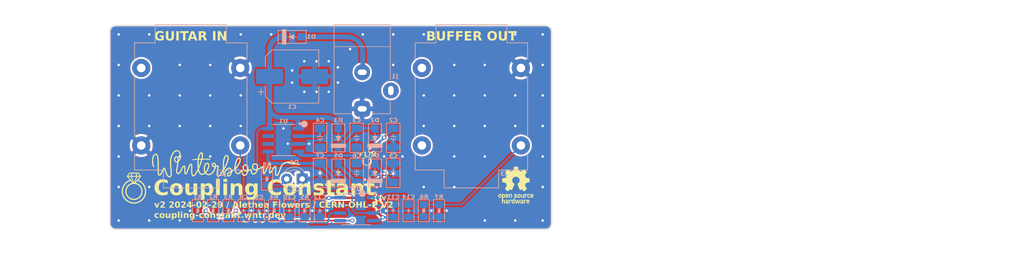
<source format=kicad_pcb>
(kicad_pcb (version 20240108) (generator "pcbnew") (generator_version "8.0")
  (title_block (title "Coupling Constant") (date "2024-02-29") (rev "v2") (company "Winterbloom") (comment 1 "Alethea Flowers") (comment 2 "CERN-OHL-P V2") (comment 3 "coupling-constant.wntr.dev"))
  (layers (0 "F.Cu" signal) (31 "B.Cu" signal) (34 "B.Paste" user) (35 "F.Paste" user) (36 "B.SilkS" user "B.Silkscreen") (37 "F.SilkS" user "F.Silkscreen") (38 "B.Mask" user) (39 "F.Mask" user) (44 "Edge.Cuts" user))
  (net 0 "")
  (net 1 "/guitar in")
  (net 2 "+9V")
  (net 3 "GND")
  (net 4 "VCC")
  (net 5 "Net-(D2-A)")
  (net 6 "Net-(U1-CAP-)")
  (net 7 "Net-(U1-CAP+)")
  (net 8 "VEE")
  (net 9 "Net-(D4-K)")
  (net 10 "Net-(D5-K)")
  (net 11 "Net-(U2A-+)")
  (net 12 "/guitar out")
  (net 13 "Net-(C9-Pad2)")
  (net 14 "Net-(U2A--)")
  (net 15 "Net-(U2B-+)")
  (net 16 "Net-(U2B--)")
  (net 17 "Net-(C14-Pad2)")
  (net 18 "Net-(D1-A)")
  (net 21 "Net-(R2-Pad1)")
  (net 24 "Net-(D6-A)")
  (footprint "winterbloom:Symbol_Winterbloom_25mm" (layer "F.Cu") (at 58.7 111.35)
    (property "Reference" "G***" (hide yes))
    (property "Value" "LOGO" (hide yes))
  )
  (footprint "Symbol:OSHW-Logo_5.7x6mm_SilkScreen" (layer "F.Cu") (at 106.2 114.85)
    (property "Reference" "REF**" (hide yes))
    (property "Value" "OSHW-Logo_5.7x6mm_SilkScreen" (hide yes))
  )
  (footprint "Graphics" (layer "F.Cu") (at 43.6 115.35)
    (property "Reference" "G***" (hide yes))
    (property "Value" "" (hide yes))
  )
  (footprint "TestPoint:TestPoint_Pad_D1.0mm" (layer "F.Cu") (at 81.82332 110.915)
    (property "Reference" "TP1")
    (property "Value" "+17V" (at 0 -0.7 0) (layer "F.SilkS") (effects (font (size 0.7 0.7) (thickness 0.14) (bold yes)) (justify bottom)))
    (pad "1" smd circle (at 0 0) (size 1 1) (layers "F.Cu" "F.Mask") (net 4 "VCC"))
  )
  (footprint "TestPoint:TestPoint_Pad_D1.0mm" (layer "F.Cu") (at 83.7 118.15)
    (property "Reference" "TP2")
    (property "Value" "-17V" (at 0 -0.7 0) (layer "F.SilkS") (effects (font (size 0.7 0.7) (thickness 0.14) (bold yes)) (justify bottom)))
    (pad "1" smd circle (at 0 0) (size 1 1) (layers "F.Cu" "F.Mask") (net 8 "VEE"))
  )
  (footprint "winterbloom:R_0805_HandSolder" (layer "B.Cu") (at 56.57332 119.039991 90)
    (property "Reference" "R2" (at 2.222509 0.021857 0) (layer "B.SilkS") (effects (font (size 0.7 0.7) (thickness 0.15) (bold yes)) (justify mirror)))
    (property "Value" "10M")
    (pad "1" smd roundrect (at -1 0 90) (size 1.2 1.4) (layers "B.Cu" "B.Paste" "B.Mask") (roundrect_rratio 0.208333) (net 21 "Net-(R2-Pad1)"))
    (pad "2" smd roundrect (at 1 0 90) (size 1.2 1.4) (layers "B.Cu" "B.Paste" "B.Mask") (roundrect_rratio 0.208333) (net 3 "GND"))
  )
  (footprint "winterbloom:C_0805_HandSolder" (layer "B.Cu") (at 86.07332 119.039991 90)
    (property "Reference" "C11" (at 2.222509 0 0) (layer "B.SilkS") (effects (font (size 0.7 0.7) (thickness 0.15) (bold yes)) (justify mirror)))
    (property "Value" "100n")
    (pad "1" smd roundrect (at -1.0375 0 90) (size 1.175 1.45) (layers "B.Cu" "B.Paste" "B.Mask") (roundrect_rratio 0.212766) (net 8 "VEE"))
    (pad "2" smd roundrect (at 1.0375 0 90) (size 1.175 1.45) (layers "B.Cu" "B.Paste" "B.Mask") (roundrect_rratio 0.212766) (net 3 "GND"))
  )
  (footprint "winterbloom:D_SOD-123+SOD-123F" (layer "B.Cu") (at 83.104123 107.102491 90)
    (property "Reference" "D2" (at 2.85 -0.004123 0) (layer "B.SilkS") (effects (font (size 0.7 0.7) (thickness 0.15) (bold yes)) (justify mirror)))
    (property "Value" "1N5817")
    (pad "1" smd rect (at -1.5 0 90) (size 1.35 1.22) (layers "B.Cu" "B.Paste" "B.Mask") (net 4 "VCC"))
    (pad "2" smd rect (at 1.5 0 90) (size 1.35 1.22) (layers "B.Cu" "B.Paste" "B.Mask") (net 5 "Net-(D2-A)"))
  )
  (footprint "winterbloom:D_SOD-123+SOD-123F" (layer "B.Cu") (at 77.1 112.852491 90)
    (property "Reference" "D5" (at 2.8 0 0) (layer "B.SilkS") (effects (font (size 0.7 0.7) (thickness 0.15) (bold yes)) (justify mirror)))
    (property "Value" "1N5817")
    (pad "1" smd rect (at -1.5 0 90) (size 1.35 1.22) (layers "B.Cu" "B.Paste" "B.Mask") (net 10 "Net-(D5-K)"))
    (pad "2" smd rect (at 1.5 0 90) (size 1.35 1.22) (layers "B.Cu" "B.Paste" "B.Mask") (net 9 "Net-(D4-K)"))
  )
  (footprint "winterbloom:R_0805_HandSolder" (layer "B.Cu") (at 66.57332 119.039991 -90)
    (property "Reference" "R4" (at -2.222509 0 0) (layer "B.SilkS") (effects (font (size 0.7 0.7) (thickness 0.15) (bold yes)) (justify mirror)))
    (property "Value" "200k")
    (pad "1" smd roundrect (at -1 0 270) (size 1.2 1.4) (layers "B.Cu" "B.Paste" "B.Mask") (roundrect_rratio 0.208333) (net 13 "Net-(C9-Pad2)"))
    (pad "2" smd roundrect (at 1 0 270) (size 1.2 1.4) (layers "B.Cu" "B.Paste" "B.Mask") (roundrect_rratio 0.208333) (net 16 "Net-(U2B--)"))
  )
  (footprint "winterbloom:C_0805_HandSolder" (layer "B.Cu") (at 61.57332 119.039991 -90)
    (property "Reference" "C8" (at -2.222509 0 0) (layer "B.SilkS") (effects (font (size 0.7 0.7) (thickness 0.15) (bold yes)) (justify mirror)))
    (property "Value" "100n")
    (pad "1" smd roundrect (at -1.0375 0 270) (size 1.175 1.45) (layers "B.Cu" "B.Paste" "B.Mask") (roundrect_rratio 0.212766) (net 1 "/guitar in"))
    (pad "2" smd roundrect (at 1.0375 0 270) (size 1.175 1.45) (layers "B.Cu" "B.Paste" "B.Mask") (roundrect_rratio 0.212766) (net 15 "Net-(U2B-+)"))
  )
  (footprint "winterbloom:C_0805_HandSolder" (layer "B.Cu") (at 74.07332 119.039991 90)
    (property "Reference" "C12" (at 2.222509 0 0) (layer "B.SilkS") (effects (font (size 0.7 0.7) (thickness 0.15) (bold yes)) (justify mirror)))
    (property "Value" "100n")
    (pad "1" smd roundrect (at -1.0375 0 90) (size 1.175 1.45) (layers "B.Cu" "B.Paste" "B.Mask") (roundrect_rratio 0.212766) (net 3 "GND"))
    (pad "2" smd roundrect (at 1.0375 0 90) (size 1.175 1.45) (layers "B.Cu" "B.Paste" "B.Mask") (roundrect_rratio 0.212766) (net 4 "VCC"))
  )
  (footprint "winterbloom:R_0805_HandSolder" (layer "B.Cu") (at 91.1 119.039991 -90)
    (property "Reference" "R6" (at -2.222509 -0.02668 180) (layer "B.SilkS") (effects (font (size 0.7 0.7) (thickness 0.14) (bold yes)) (justify mirror)))
    (property "Value" "10R")
    (pad "1" smd roundrect (at -1 0 270) (size 1.2 1.4) (layers "B.Cu" "B.Paste" "B.Mask") (roundrect_rratio 0.208333) (net 12 "/guitar out"))
    (pad "2" smd roundrect (at 1 0 270) (size 1.2 1.4) (layers "B.Cu" "B.Paste" "B.Mask") (roundrect_rratio 0.208333) (net 17 "Net-(C14-Pad2)"))
  )
  (footprint "winterbloom:BarrelJack_CUI_PJ-102AH_Horizontal" (layer "B.Cu") (at 81.0125 102.35)
    (property "Reference" "J1" (at 5.36082 -5.310009 0) (layer "B.SilkS") (effects (font (size 0.7 0.7) (thickness 0.15) (bold yes)) (justify mirror)))
    (property "Value" "DC IN")
    (pad "1" thru_hole roundrect (at 0 0) (size 2.6 2.6) (drill oval 1.5 0.9) (layers "*.Cu" "*.Mask") (net 3 "GND"))
    (pad "2" thru_hole circle (at 0 -6) (size 2.6 2.6) (drill oval 1.5 0.9) (layers "*.Cu" "*.Mask") (net 18 "Net-(D1-A)"))
    (pad "3" thru_hole circle (at 4.7 -3) (size 2.6 2.6) (drill oval 0.9 1.5) (layers "*.Cu" "*.Mask"))
  )
  (footprint "Connector_Audio:Jack_6.35mm_Neutrik_NMJ4HCD2_Horizontal" (layer "B.Cu") (at 61.025 108.35 90)
    (property "Reference" "J2" (at -4.7 -2.85168 0) (layer "B.SilkS") (effects (font (size 0.7 0.7) (thickness 0.15) (bold yes)) (justify mirror)))
    (property "Value" "Input")
    (pad "S" thru_hole circle (at 12.7 0 90) (size 3 3) (drill 1.4) (layers "*.Cu" "*.Mask") (net 3 "GND"))
    (pad "SN" thru_hole circle (at 12.7 -16.23 90) (size 3 3) (drill 1.4) (layers "*.Cu" "*.Mask"))
    (pad "T" thru_hole circle (at 0 0 90) (size 3 3) (drill 1.4) (layers "*.Cu" "*.Mask") (net 1 "/guitar in"))
    (pad "TN" thru_hole circle (at 0 -16.23 90) (size 3 3) (drill 1.4) (layers "*.Cu" "*.Mask") (net 3 "GND"))
  )
  (footprint "winterbloom:C_1206_HandSolder" (layer "B.Cu") (at 86.104123 107.102491 -90)
    (property "Reference" "C2" (at -2.85 0 0) (layer "B.SilkS") (effects (font (size 0.7 0.7) (thickness 0.15) (bold yes)) (justify mirror)))
    (property "Value" "10u")
    (pad "1" smd roundrect (at -1.5625 0 270) (size 1.325 1.8) (layers "B.Cu" "B.Paste" "B.Mask") (roundrect_rratio 0.188679) (net 4 "VCC"))
    (pad "2" smd roundrect (at 1.5625 0 270) (size 1.325 1.8) (layers "B.Cu" "B.Paste" "B.Mask") (roundrect_rratio 0.188679) (net 3 "GND"))
  )
  (footprint "winterbloom:R_0805_HandSolder" (layer "B.Cu") (at 59.07332 119.039991 -90)
    (property "Reference" "R3" (at -2.222509 0 0) (layer "B.SilkS") (effects (font (size 0.7 0.7) (thickness 0.15) (bold yes)) (justify mirror)))
    (property "Value" "10M")
    (pad "1" smd roundrect (at -1 0 270) (size 1.2 1.4) (layers "B.Cu" "B.Paste" "B.Mask") (roundrect_rratio 0.208333) (net 1 "/guitar in"))
    (pad "2" smd roundrect (at 1 0 270) (size 1.2 1.4) (layers "B.Cu" "B.Paste" "B.Mask") (roundrect_rratio 0.208333) (net 21 "Net-(R2-Pad1)"))
  )
  (footprint "winterbloom:D_SOD-123+SOD-123F" (layer "B.Cu") (at 69.525 90.55)
    (property "Reference" "D1" (at 3.14832 0 0) (layer "B.SilkS") (effects (font (size 0.7 0.7) (thickness 0.15) (bold yes)) (justify mirror)))
    (property "Value" "1N5817")
    (pad "1" smd rect (at -1.5 0) (size 1.35 1.22) (layers "B.Cu" "B.Paste" "B.Mask") (net 2 "+9V"))
    (pad "2" smd rect (at 1.5 0) (size 1.35 1.22) (layers "B.Cu" "B.Paste" "B.Mask") (net 18 "Net-(D1-A)"))
  )
  (footprint "winterbloom:C_1206_HandSolder" (layer "B.Cu") (at 86.1 112.852491 -90)
    (property "Reference" "C5" (at -2.8 0 0) (layer "B.SilkS") (effects (font (size 0.7 0.7) (thickness 0.15) (bold yes)) (justify mirror)))
    (property "Value" "10u")
    (pad "1" smd roundrect (at -1.5625 0 270) (size 1.325 1.8) (layers "B.Cu" "B.Paste" "B.Mask") (roundrect_rratio 0.188679) (net 3 "GND"))
    (pad "2" smd roundrect (at 1.5625 0 270) (size 1.325 1.8) (layers "B.Cu" "B.Paste" "B.Mask") (roundrect_rratio 0.188679) (net 8 "VEE"))
  )
  (footprint "winterbloom:C_1206_HandSolder" (layer "B.Cu") (at 74.104123 107.102491 -90)
    (property "Reference" "C4" (at -2.85 0 0) (layer "B.SilkS") (effects (font (size 0.7 0.7) (thickness 0.15) (bold yes)) (justify mirror)))
    (property "Value" "10u")
    (pad "1" smd roundrect (at -1.5625 0 270) (size 1.325 1.8) (layers "B.Cu" "B.Paste" "B.Mask") (roundrect_rratio 0.188679) (net 7 "Net-(U1-CAP+)"))
    (pad "2" smd roundrect (at 1.5625 0 270) (size 1.325 1.8) (layers "B.Cu" "B.Paste" "B.Mask") (roundrect_rratio 0.188679) (net 6 "Net-(U1-CAP-)"))
  )
  (footprint "winterbloom:R_0805_HandSolder" (layer "B.Cu") (at 71.57332 119.039991 90)
    (property "Reference" "R5" (at 2.222509 0 0) (layer "B.SilkS") (effects (font (size 0.7 0.7) (thickness 0.15) (bold yes)) (justify mirror)))
    (property "Value" "20k")
    (pad "1" smd roundrect (at -1 0 90) (size 1.2 1.4) (layers "B.Cu" "B.Paste" "B.Mask") (roundrect_rratio 0.208333) (net 16 "Net-(U2B--)"))
    (pad "2" smd roundrect (at 1 0 90) (size 1.2 1.4) (layers "B.Cu" "B.Paste" "B.Mask") (roundrect_rratio 0.208333) (net 11 "Net-(U2A-+)"))
  )
  (footprint "winterbloom:C_0805_HandSolder" (layer "B.Cu") (at 88.6 119.039991 -90)
    (property "Reference" "C14" (at -2.222509 0 0) (layer "B.SilkS") (effects (font (size 0.7 0.7) (thickness 0.15) (bold yes)) (justify mirror)))
    (property "Value" "1u")
    (pad "1" smd roundrect (at -1.0375 0 270) (size 1.175 1.45) (layers "B.Cu" "B.Paste" "B.Mask") (roundrect_rratio 0.212766) (net 14 "Net-(U2A--)"))
    (pad "2" smd roundrect (at 1.0375 0 270) (size 1.175 1.45) (layers "B.Cu" "B.Paste" "B.Mask") (roundrect_rratio 0.212766) (net 17 "Net-(C14-Pad2)"))
  )
  (footprint "winterbloom:D_SOD-123+SOD-123F" (layer "B.Cu") (at 77.104123 107.102491 90)
    (property "Reference" "D3" (at 2.85 0 0) (layer "B.SilkS") (effects (font (size 0.7 0.7) (thickness 0.15) (bold yes)) (justify mirror)))
    (property "Value" "1N5817")
    (pad "1" smd rect (at -1.5 0 90) (size 1.35 1.22) (layers "B.Cu" "B.Paste" "B.Mask") (net 5 "Net-(D2-A)"))
    (pad "2" smd rect (at 1.5 0 90) (size 1.35 1.22) (layers "B.Cu" "B.Paste" "B.Mask") (net 2 "+9V"))
  )
  (footprint "winterbloom:C_1206_HandSolder" (layer "B.Cu") (at 80.104123 107.102491 -90)
    (property "Reference" "C3" (at -2.85 0 0) (layer "B.SilkS") (effects (font (size 0.7 0.7) (thickness 0.15) (bold yes)) (justify mirror)))
    (property "Value" "10u")
    (pad "1" smd roundrect (at -1.5625 0 270) (size 1.325 1.8) (layers "B.Cu" "B.Paste" "B.Mask") (roundrect_rratio 0.188679) (net 5 "Net-(D2-A)"))
    (pad "2" smd roundrect (at 1.5625 0 270) (size 1.325 1.8) (layers "B.Cu" "B.Paste" "B.Mask") (roundrect_rratio 0.188679) (net 6 "Net-(U1-CAP-)"))
  )
  (footprint "winterbloom:R_0805_HandSolder" (layer "B.Cu") (at 54.07332 119.039991 90)
    (property "Reference" "R1" (at 2.222509 0 0) (layer "B.SilkS") (effects (font (size 0.7 0.7) (thickness 0.15) (bold yes)) (justify mirror)))
    (property "Value" "10M")
    (pad "1" smd roundrect (at -1 0 90) (size 1.2 1.4) (layers "B.Cu" "B.Paste" "B.Mask") (roundrect_rratio 0.208333) (net 15 "Net-(U2B-+)"))
    (pad "2" smd roundrect (at 1 0 90) (size 1.2 1.4) (layers "B.Cu" "B.Paste" "B.Mask") (roundrect_rratio 0.208333) (net 3 "GND"))
  )
  (footprint "Package_SO:SOIC-8_3.9x4.9mm_P1.27mm" (layer "B.Cu") (at 68.104123 107.4625 180)
    (property "Reference" "U1" (at 0 3.060009 0) (layer "B.SilkS") (effects (font (size 0.7 0.7) (thickness 0.15) (bold yes)) (justify mirror)))
    (property "Value" "TC1044SxOA")
    (pad "1" smd roundrect (at -2.475 1.905 180) (size 1.95 0.6) (layers "B.Cu" "B.Paste" "B.Mask") (net 2 "+9V"))
    (pad "2" smd roundrect (at -2.475 0.635 180) (size 1.95 0.6) (layers "B.Cu" "B.Paste" "B.Mask") (net 7 "Net-(U1-CAP+)"))
    (pad "3" smd roundrect (at -2.475 -0.635 180) (size 1.95 0.6) (layers "B.Cu" "B.Paste" "B.Mask") (net 3 "GND"))
    (pad "4" smd roundrect (at -2.475 -1.905 180) (size 1.95 0.6) (layers "B.Cu" "B.Paste" "B.Mask") (net 6 "Net-(U1-CAP-)"))
    (pad "5" smd roundrect (at 2.475 -1.905 180) (size 1.95 0.6) (layers "B.Cu" "B.Paste" "B.Mask") (net 10 "Net-(D5-K)"))
    (pad "6" smd roundrect (at 2.475 -0.635 180) (size 1.95 0.6) (layers "B.Cu" "B.Paste" "B.Mask"))
    (pad "7" smd roundrect (at 2.475 0.635 180) (size 1.95 0.6) (layers "B.Cu" "B.Paste" "B.Mask"))
    (pad "8" smd roundrect (at 2.475 1.905 180) (size 1.95 0.6) (layers "B.Cu" "B.Paste" "B.Mask") (net 2 "+9V"))
  )
  (footprint "winterbloom:R_0805_HandSolder" (layer "B.Cu") (at 65.4 113.85 90)
    (property "Reference" "R8" (at 2.3 0 0) (layer "B.SilkS") (effects (font (size 0.7 0.7) (thickness 0.14) (bold yes)) (justify mirror)))
    (property "Value" "4k7")
    (pad "1" smd roundrect (at -1 0 90) (size 1.2 1.4) (layers "B.Cu" "B.Paste" "B.Mask") (roundrect_rratio 0.208333) (net 24 "Net-(D6-A)"))
    (pad "2" smd roundrect (at 1 0 90) (size 1.2 1.4) (layers "B.Cu" "B.Paste" "B.Mask") (roundrect_rratio 0.208333) (net 2 "+9V"))
  )
  (footprint "winterbloom:R_0805_HandSolder" (layer "B.Cu") (at 93.6 119.039991 90)
    (property "Reference" "R7" (at 2.222509 0 0) (layer "B.SilkS") (effects (font (size 0.7 0.7) (thickness 0.15) (bold yes)) (justify mirror)))
    (property "Value" "10M")
    (pad "1" smd roundrect (at -1 0 90) (size 1.2 1.4) (layers "B.Cu" "B.Paste" "B.Mask") (roundrect_rratio 0.208333) (net 3 "GND"))
    (pad "2" smd roundrect (at 1 0 90) (size 1.2 1.4) (layers "B.Cu" "B.Paste" "B.Mask") (roundrect_rratio 0.208333) (net 12 "/guitar out"))
  )
  (footprint "LED_THT:LED_D3.0mm" (layer "B.Cu") (at 71.175 113.85 180)
    (property "Reference" "D6" (at 1.3 2.7 0) (layer "B.SilkS") (effects (font (size 0.7 0.7) (thickness 0.14) (bold yes)) (justify mirror)))
    (property "Value" "Power")
    (pad "1" thru_hole rect (at 0 0 180) (size 1.8 1.8) (drill 0.9) (layers "*.Cu" "*.Mask") (net 3 "GND"))
    (pad "2" thru_hole circle (at 2.54 0 180) (size 1.8 1.8) (drill 0.9) (layers "*.Cu" "*.Mask") (net 24 "Net-(D6-A)"))
  )
  (footprint "winterbloom:C_1206_HandSolder" (layer "B.Cu") (at 80.1 112.852491 -90)
    (property "Reference" "C6" (at -2.8 0 0) (layer "B.SilkS") (effects (font (size 0.7 0.7) (thickness 0.15) (bold yes)) (justify mirror)))
    (property "Value" "10u")
    (pad "1" smd roundrect (at -1.5625 0 270) (size 1.325 1.8) (layers "B.Cu" "B.Paste" "B.Mask") (roundrect_rratio 0.188679) (net 6 "Net-(U1-CAP-)"))
    (pad "2" smd roundrect (at 1.5625 0 270) (size 1.325 1.8) (layers "B.Cu" "B.Paste" "B.Mask") (roundrect_rratio 0.188679) (net 9 "Net-(D4-K)"))
  )
  (footprint "Connector_Audio:Jack_6.35mm_Neutrik_NMJ4HCD2_Horizontal" (layer "B.Cu") (at 107.025 108.35 90)
    (property "Reference" "J3" (at -4.689991 -2.85168 0) (layer "B.SilkS") (effects (font (size 0.7 0.7) (thickness 0.15) (bold yes)) (justify mirror)))
    (property "Value" "Output")
    (pad "S" thru_hole circle (at 12.7 0 90) (size 3 3) (drill 1.4) (layers "*.Cu" "*.Mask") (net 3 "GND"))
    (pad "SN" thru_hole circle (at 12.7 -16.23 90) (size 3 3) (drill 1.4) (layers "*.Cu" "*.Mask"))
    (pad "T" thru_hole circle (at 0 0 90) (size 3 3) (drill 1.4) (layers "*.Cu" "*.Mask") (net 12 "/guitar out"))
    (pad "TN" thru_hole circle (at 0 -16.23 90) (size 3 3) (drill 1.4) (layers "*.Cu" "*.Mask"))
  )
  (footprint "winterbloom:C_1206_HandSolder" (layer "B.Cu") (at 74.1 112.852491 90)
    (property "Reference" "C7" (at 2.8 0 0) (layer "B.SilkS") (effects (font (size 0.7 0.7) (thickness 0.15) (bold yes)) (justify mirror)))
    (property "Value" "10u")
    (pad "1" smd roundrect (at -1.5625 0 90) (size 1.325 1.8) (layers "B.Cu" "B.Paste" "B.Mask") (roundrect_rratio 0.188679) (net 3 "GND"))
    (pad "2" smd roundrect (at 1.5625 0 90) (size 1.325 1.8) (layers "B.Cu" "B.Paste" "B.Mask") (roundrect_rratio 0.188679) (net 10 "Net-(D5-K)"))
  )
  (footprint "winterbloom:C_0805_HandSolder" (layer "B.Cu") (at 64.07332 119.039991 90)
    (property "Reference" "C9" (at 2.222509 0.02668 0) (layer "B.SilkS") (effects (font (size 0.7 0.7) (thickness 0.14) (bold yes)) (justify mirror)))
    (property "Value" "4u7")
    (pad "1" smd roundrect (at -1.0375 0 90) (size 1.175 1.45) (layers "B.Cu" "B.Paste" "B.Mask") (roundrect_rratio 0.212766) (net 3 "GND"))
    (pad "2" smd roundrect (at 1.0375 0 90) (size 1.175 1.45) (layers "B.Cu" "B.Paste" "B.Mask") (roundrect_rratio 0.212766) (net 13 "Net-(C9-Pad2)"))
  )
  (footprint "winterbloom:SOIC-8+DMP-8_5mmx5mm_P1.27mm" (layer "B.Cu") (at 80.07332 118.789991 180)
    (property "Reference" "U2" (at 0 3.4 180) (layer "B.SilkS") (effects (font (size 0.8 0.8)) (justify mirror)))
    (property "Value" "NJM2068")
    (pad "1" smd roundrect (at -2.68 1.905 180) (size 2 0.6) (layers "B.Cu" "B.Paste" "B.Mask") (net 14 "Net-(U2A--)"))
    (pad "2" smd roundrect (at -2.68 0.635 180) (size 2 0.6) (layers "B.Cu" "B.Paste" "B.Mask") (net 14 "Net-(U2A--)"))
    (pad "3" smd roundrect (at -2.68 -0.635 180) (size 2 0.6) (layers "B.Cu" "B.Paste" "B.Mask") (net 11 "Net-(U2A-+)"))
    (pad "4" smd roundrect (at -2.68 -1.905 180) (size 2 0.6) (layers "B.Cu" "B.Paste" "B.Mask") (net 8 "VEE"))
    (pad "5" smd roundrect (at 2.68 -1.905 180) (size 2 0.6) (layers "B.Cu" "B.Paste" "B.Mask") (net 15 "Net-(U2B-+)"))
    (pad "6" smd roundrect (at 2.68 -0.635 180) (size 2 0.6) (layers "B.Cu" "B.Paste" "B.Mask") (net 16 "Net-(U2B--)"))
    (pad "7" smd roundrect (at 2.68 0.635 180) (size 2 0.6) (layers "B.Cu" "B.Paste" "B.Mask") (net 11 "Net-(U2A-+)"))
    (pad "8" smd roundrect (at 2.68 1.905 180) (size 2 0.6) (layers "B.Cu" "B.Paste" "B.Mask") (net 4 "VCC"))
  )
  (footprint "winterbloom:D_SOD-123+SOD-123F" (layer "B.Cu") (at 83.1 112.852491 90)
    (property "Reference" "D4" (at 2.8 0 0) (layer "B.SilkS") (effects (font (size 0.7 0.7) (thickness 0.15) (bold yes)) (justify mirror)))
    (property "Value" "1N5817")
    (pad "1" smd rect (at -1.5 0 90) (size 1.35 1.22) (layers "B.Cu" "B.Paste" "B.Mask") (net 9 "Net-(D4-K)"))
    (pad "2" smd rect (at 1.5 0 90) (size 1.35 1.22) (layers "B.Cu" "B.Paste" "B.Mask") (net 8 "VEE"))
  )
  (footprint "Capacitor_SMD:CP_Elec_8x10.5" (layer "B.Cu") (at 69.525 97.05)
    (property "Reference" "C1" (at 0 5 0) (layer "B.SilkS") (effects (font (size 0.7 0.7) (thickness 0.15) (bold yes)) (justify mirror)))
    (property "Value" "100u")
    (pad "1" smd roundrect (at -3.7 0) (size 4.4 2.5) (layers "B.Cu" "B.Paste" "B.Mask") (roundrect_rratio 0.1) (net 2 "+9V"))
    (pad "2" smd roundrect (at 3.7 0) (size 4.4 2.5) (layers "B.Cu" "B.Paste" "B.Mask") (roundrect_rratio 0.1) (net 3 "GND"))
  )
  (footprint "winterbloom:C_0805_HandSolder" (layer "B.Cu") (at 69.07332 119.039991 90)
    (property "Reference" "C10" (at 2.222509 0.02668 0) (layer "B.SilkS") (effects (font (size 0.7 0.7) (thickness 0.14) (bold yes)) (justify mirror)))
    (property "Value" "100p")
    (pad "1" smd roundrect (at -1.0375 0 90) (size 1.175 1.45) (layers "B.Cu" "B.Paste" "B.Mask") (roundrect_rratio 0.212766) (net 16 "Net-(U2B--)"))
    (pad "2" smd roundrect (at 1.0375 0 90) (size 1.175 1.45) (layers "B.Cu" "B.Paste" "B.Mask") (roundrect_rratio 0.212766) (net 11 "Net-(U2A-+)"))
  )
  (gr_circle (center 81.02332 116.229991) (end 80.52332 116.229991) (stroke (width 0.12)) (fill solid) (layer "B.SilkS"))
  (gr_circle (center 71.525 104.839991) (end 71.025 104.839991) (stroke (width 0.12)) (fill solid) (layer "B.SilkS"))
  (gr_arc (start 40.6 122.15) (mid 39.892893 121.857107) (end 39.6 121.15) (stroke (width 0.1)) (layer "Edge.Cuts"))
  (gr_arc (start 111.1 88.65) (mid 111.807107 88.942893) (end 112.1 89.65) (stroke (width 0.1)) (layer "Edge.Cuts"))
  (gr_line (start 40.6 88.65) (end 111.1 88.65) (stroke (width 0.1)) (layer "Edge.Cuts"))
  (gr_line (start 39.6 89.65) (end 39.6 121.15) (stroke (width 0.1)) (layer "Edge.Cuts"))
  (gr_line (start 112.1 89.65) (end 112.1 121.15) (stroke (width 0.1)) (layer "Edge.Cuts"))
  (gr_line (start 111.1 122.15) (end 40.6 122.15) (stroke (width 0.1)) (layer "Edge.Cuts"))
  (gr_arc (start 112.1 121.15) (mid 111.807107 121.857107) (end 111.1 122.15) (stroke (width 0.1)) (layer "Edge.Cuts"))
  (gr_arc (start 39.6 89.65) (mid 39.892893 88.942893) (end 40.6 88.65) (stroke (width 0.1)) (layer "Edge.Cuts"))
  (gr_text "Coupling Constant" (at 46.8 115.45 0) (layer "F.SilkS") (effects (font (size 2.5 2.5) (thickness 0.15) (bold yes) (italic yes)) (justify left)))
  (gr_text "GUITAR IN" (at 52.91 91.4 0) (layer "F.SilkS") (effects (font (size 1.5 1.5) (thickness 0.15) (italic yes)) (justify bottom)))
  (gr_text "BUFFER OUT" (at 98.91 91.4 0) (layer "F.SilkS") (effects (font (size 1.5 1.5) (thickness 0.15) (italic yes)) (justify bottom)))
  (gr_text "${REVISION} ${ISSUE_DATE} / ${COMMENT1} / ${COMMENT2}\n${COMMENT3}" (at 46.9 117.55 0) (layer "F.SilkS") (effects (font (size 1 1) (thickness 0.24) (bold yes)) (justify left top)))
  (segment (start 61.025 108.35) (end 61.025 111.591671) (width 0.25) (layer "B.Cu") (net 1))
  (segment (start 61.57332 112.139991) (end 61.57332 118.002491) (width 0.25) (layer "B.Cu") (net 1))
  (segment (start 61.025 111.591671) (end 61.57332 112.139991) (width 0.25) (layer "B.Cu") (net 1))
  (segment (start 61.53582 118.039991) (end 61.57332 118.002491) (width 0.25) (layer "B.Cu") (net 1))
  (segment (start 59.07332 118.039991) (end 61.53582 118.039991) (width 0.25) (layer "B.Cu") (net 1))
  (segment (start 65.825 102.039991) (end 65.825 103.039991) (width 0.8) (layer "B.Cu") (net 2))
  (segment (start 70.579123 105.5575) (end 70.579123 104.7375) (width 0.8) (layer "B.Cu") (net 2))
  (segment (start 63.8 106.15) (end 64.3925 105.5575) (width 0.25) (layer "B.Cu") (net 2))
  (segment (start 65.825 103.039991) (end 65.825 105.361623) (width 0.8) (layer "B.Cu") (net 2))
  (segment (start 65.825 92.75) (end 65.825 97.05) (width 0.8) (layer "B.Cu") (net 2))
  (segment (start 65.825 97.05) (end 65.825 102.039991) (width 0.8) (layer "B.Cu") (net 2))
  (segment (start 64.3925 105.5575) (end 65.629123 105.5575) (width 0.25) (layer "B.Cu") (net 2))
  (segment (start 63.8 111.25) (end 63.8 106.15) (width 0.25) (layer "B.Cu") (net 2))
  (segment (start 65.4 112.85) (end 63.8 111.25) (width 0.25) (layer "B.Cu") (net 2))
  (segment (start 69.604123 103.7625) (end 67.547509 103.7625) (width 0.8) (layer "B.Cu") (net 2))
  (segment (start 69.604123 103.7625) (end 75.264132 103.7625) (width 0.8) (layer "B.Cu") (net 2))
  (arc (start 65.825 105.361623) (mid 65.767629 105.500129) (end 65.629123 105.5575) (width 0.8) (layer "B.Cu") (net 2))
  (arc (start 67.547509 103.7625) (mid 66.329511 103.257989) (end 65.825 102.039991) (width 0.8) (layer "B.Cu") (net 2))
  (arc (start 75.264132 103.7625) (mid 76.565202 104.301421) (end 77.104123 105.602491) (width 0.8) (layer "B.Cu") (net 2))
  (arc (start 70.579123 104.7375) (mid 70.293552 104.048071) (end 69.604123 103.7625) (width 0.8) (layer "B.Cu") (net 2))
  (arc (start 68.025 90.55) (mid 66.469365 91.194365) (end 65.825 92.75) (width 0.8) (layer "B.Cu") (net 2))
  (via (at 101.1 100.15) (size 0.7) (drill 0.4) (layers "F.Cu" "B.Cu") (net 3))
  (via (at 84.9 119.05) (size 0.7) (drill 0.4) (layers "F.Cu" "B.Cu") (net 3))
  (via (at 51.1 115.15) (size 0.7) (drill 0.4) (layers "F.Cu" "B.Cu") (net 3))
  (via (at 51.1 120.65) (size 0.7) (drill 0.4) (layers "F.Cu" "B.Cu") (net 3))
  (via (at 91.1 100.15) (size 0.7) (drill 0.4) (layers "F.Cu" "B.Cu") (net 3))
  (via (at 87.604123 110.15) (size 0.7) (drill 0.4) (layers "F.Cu" "B.Cu") (net 3))
  (via (at 91.1 115.15) (size 0.7) (drill 0.4) (layers "F.Cu" "B.Cu") (net 3))
  (via (at 96.1 100.15) (size 0.7) (drill 0.4) (layers "F.Cu" "B.Cu") (net 3))
  (via (at 52.8 119.05) (size 0.7) (drill 0.4) (layers "F.Cu" "B.Cu") (net 3))
  (via (at 71.525 94.55) (size 0.7) (drill 0.4) (layers "F.Cu" "B.Cu") (net 3))
  (via (at 51.1 110.15) (size 0.7) (drill 0.4) (layers "F.Cu" "B.Cu") (net 3))
  (via (at 41.1 105.15) (size 0.7) (drill 0.4) (layers "F.Cu" "B.Cu") (net 3))
  (via (at 101.1 95.15) (size 0.7) (drill 0.4) (layers "F.Cu" "B.Cu") (net 3))
  (via (at 69.525 96.05) (size 0.7) (drill 0.4) (layers "F.Cu" "B.Cu") (net 3))
  (via (at 46.1 115.15) (size 0.7) (drill 0.4) (layers "F.Cu" "B.Cu") (net 3))
  (via (at 46.1 100.15) (size 0.7) (drill 0.4) (layers "F.Cu" "B.Cu") (net 3))
  (via (at 41.1 115.15) (size 0.7) (drill 0.4) (layers "F.Cu" "B.Cu") (net 3))
  (via (at 86.1 112.952491) (size 0.7) (drill 0.4) (layers "F.Cu" "B.Cu") (net 3))
  (via (at 106.1 120.65) (size 0.7) (drill 0.4) (layers "F.Cu" "B.Cu") (net 3))
  (via (at 110.6 100.15) (size 0.7) (drill 0.4) (layers "F.Cu" "B.Cu") (net 3))
  (via (at 110.6 120.65) (size 0.7) (drill 0.4) (layers "F.Cu" "B.Cu") (net 3))
  (via (at 46.1 120.65) (size 0.7) (drill 0.4) (layers "F.Cu" "B.Cu") (net 3))
  (via (at 110.6 95.15) (size 0.7) (drill 0.4) (layers "F.Cu" "B.Cu") (net 3))
  (via (at 91.1 90.15) (size 0.7) (drill 0.4) (layers "F.Cu" "B.Cu") (net 3))
  (via (at 94.85 119.039991) (size 0.7) (drill 0.4) (layers "F.Cu" "B.Cu") (net 3))
  (via (at 84.604123 110.15) (size 0.7) (drill 0.4) (layers "F.Cu" "B.Cu") (net 3))
  (via (at 72.82332 119.039991) (size 0.7) (drill 0.4) (layers "F.Cu" "B.Cu") (net 3))
  (via (at 46.1 105.15) (size 0.7) (drill 0.4) (layers "F.Cu" "B.Cu") (net 3))
  (via (at 75.525 94.55) (size 0.7) (drill 0.4) (layers "F.Cu" "B.Cu") (net 3))
  (via (at 68.104123 105.5625) (size 0.7) (drill 0.4) (layers "F.Cu" "B.Cu") (net 3))
  (via (at 41.1 95.15) (size 0.7) (drill 0.4) (layers "F.Cu" "B.Cu") (net 3))
  (via (at 41.1 100.15) (size 0.7) (drill 0.4) (layers "F.Cu" "B.Cu") (net 3))
  (via (at 41.1 120.65) (size 0.7) (drill 0.4) (layers "F.Cu" "B.Cu") (net 3))
  (via (at 73.525 94.55) (size 0.7) (drill 0.4) (layers "F.Cu" "B.Cu") (net 3))
  (via (at 61.1 90.15) (size 0.7) (drill 0.4) (layers "F.Cu" "B.Cu") (net 3))
  (via (at 61.1 100.15) (size 0.7) (drill 0.4) (layers "F.Cu" "B.Cu") (net 3))
  (via (at 51.1 105.15) (size 0.7) (drill 0.4) (layers "F.Cu" "B.Cu") (net 3))
  (via (at 86.1 90.15) (size 0.7) (drill 0.4) (layers "F.Cu" "B.Cu") (net 3))
  (via (at 41.1 110.15) (size 0.7) (drill 0.4) (layers "F.Cu" "B.Cu") (net 3))
  (via (at 56.1 100.15) (size 0.7) (drill 0.4) (layers "F.Cu" "B.Cu") (net 3))
  (via (at 92.35 119.039991) (size 0.7) (drill 0.4) (layers "F.Cu" "B.Cu") (net 3))
  (via (at 91.1 105.15) (size 0.7) (drill 0.4) (layers "F.Cu" "B.Cu") (net 3))
  (via (at 101.1 105.15) (size 0.7) (drill 0.4) (layers "F.Cu" "B.Cu") (net 3))
  (via (at 110.6 90.15) (size 0.7) (drill 0.4) (layers "F.Cu" "B.Cu") (net 3))
  (via (at 96.1 95.15) (size 0.7) (drill 0.4) (layers "F.Cu" "B.Cu") (net 3))
  (via (at 56.1 115.15) (size 0.7) (drill 0.4) (layers "F.Cu" "B.Cu") (net 3))
  (via (at 75.285667 119.002338) (size 0.7) (drill 0.4) (layers "F.Cu" "B.Cu") (net 3))
  (via (at 73.525 99.55) (size 0.7) (drill 0.4) (layers "F.Cu" "B.Cu") (net 3))
  (via (at 68.804123 108.0625) (size 0.7) (drill 0.4) (layers "F.Cu" "B.Cu") (net 3))
  (via (at 66.1 90.15) (size 0.7) (drill 0.4) (layers "F.Cu" "B.Cu") (net 3))
  (via (at 61.1 105.15) (size 0.7) (drill 0.4) (layers "F.Cu" "B.Cu") (net 3))
  (via (at 106.1 105.15) (size 0.7) (drill 0.4) (layers "F.Cu" "B.Cu") (net 3))
  (via (at 72.304123 108.0625) (size 0.7) (drill 0.4) (layers "F.Cu" "B.Cu") (net 3))
  (via (at 41.1 90.15) (size 0.7) (drill 0.4) (layers "F.Cu" "B.Cu") (net 3))
  (via (at 77.025 95.55) (size 0.7) (drill 0.4) (layers "F.Cu" "B.Cu") (net 3))
  (via (at 96.1 105.15) (size 0.7) (drill 0.4) (layers "F.Cu" "B.Cu") (net 3))
  (via (at 101.1 110.15) (size 0.7) (drill 0.4) (layers "F.Cu" "B.Cu") (net 3))
  (via (at 110.6 115.15) (size 0.7) (drill 0.4) (layers "F.Cu" "B.Cu") (net 3))
  (via (at 96.1 110.15) (size 0.7) (drill 0.4) (layers "F.Cu" "B.Cu") (net 3))
  (via (at 106.1 90.15) (size 0.7) (drill 0.4) (layers "F.Cu" "B.Cu") (net 3))
  (via (at 96.1 115.15) (size 0.7) (drill 0.4) (layers "F.Cu" "B.Cu") (net 3))
  (via (at 74.1 112.852491) (size 0.7) (drill 0.4) (layers "F.Cu" "B.Cu") (net 3))
  (via (at 86.1 95.15) (size 0.7) (drill 0.4) (layers "F.Cu" "B.Cu") (net 3))
  (via (at 101.1 120.65) (size 0.7) (drill 0.4) (layers "F.Cu" "B.Cu") (net 3))
  (via (at 77.025 98.05) (size 0.7) (drill 0.4) (layers "F.Cu" "B.Cu") (net 3))
  (via (at 110.6 105.15) (size 0.7) (drill 0.4) (layers "F.Cu" "B.Cu") (net 3))
  (via (at 81.1 90.15) (size 0.7) (drill 0.4) (layers "F.Cu" "B.Cu") (net 3))
  (via (at 75.525 99.55) (size 0.7) (drill 0.4) (layers "F.Cu" "B.Cu") (net 3))
  (via (at 56.1 105.15) (size 0.7) (drill 0.4) (layers "F.Cu" "B.Cu") (net 3))
  (via (at 51.1 100.15) (size 0.7) (drill 0.4) (layers "F.Cu" "B.Cu") (net 3))
  (via (at 51.1 95.15) (size 0.7) (drill 0.4) (layers "F.Cu" "B.Cu") (net 3))
  (via (at 62.82332 119.039991) (size 0.7) (drill 0.4) (layers "F.Cu" "B.Cu") (net 3))
  (via (at 65.32332 119.039991) (size 0.7) (drill 0.4) (layers "F.Cu" "B.Cu") (net 3))
  (via (at 69.525 98.05) (size 0.7) (drill 0.4) (layers "F.Cu" "B.Cu") (net 3))
  (via (at 79.025 92.55) (size 0.7) (drill 0.4) (layers "F.Cu" "B.Cu") (net 3))
  (via (at 110.6 110.15) (size 0.7) (drill 0.4) (layers "F.Cu" "B.Cu") (net 3))
  (via (at 106.1 100.15) (size 0.7) (drill 0.4) (layers "F.Cu" "B.Cu") (net 3))
  (via (at 56.1 110.15) (size 0.7) (drill 0.4) (layers "F.Cu" "B.Cu") (net 3))
  (via (at 71.525 99.55) (size 0.7) (drill 0.4) (layers "F.Cu" "B.Cu") (net 3))
  (via (at 56.1 95.15) (size 0.7) (drill 0.4) (layers "F.Cu" "B.Cu") (net 3))
  (via (at 46.1 90.15) (size 0.7) (drill 0.4) (layers "F.Cu" "B.Cu") (net 3))
  (segment (start 79.92332 116.939991) (end 81.82332 115.039991) (width 0.4) (layer "F.Cu") (net 4))
  (segment (start 75.57332 116.939991) (end 79.92332 116.939991) (width 0.4) (layer "F.Cu") (net 4))
  (segment (start 81.82332 109.829171) (end 81.82332 115.039991) (width 0.4) (layer "F.Cu") (net 4))
  (segment (start 84.6 107.052491) (end 81.82332 109.829171) (width 0.4) (layer "F.Cu") (net 4))
  (via (at 75.57332 116.939991) (size 0.7) (drill 0.4) (layers "F.Cu" "B.Cu") (net 4))
  (via (at 84.6 107.052491) (size 0.7) (drill 0.4) (layers "F.Cu" "B.Cu") (net 4))
  (segment (start 84.591623 107.052491) (end 84.6 107.052491) (width 0.4) (layer "B.Cu") (net 4))
  (segment (start 77.59832 116.884991) (end 75.62832 116.884991) (width 0.4) (layer "B.Cu") (net 4))
  (segment (start 83.104123 108.602491) (end 83.104123 108.539991) (width 0.4) (layer "B.Cu") (net 4))
  (segment (start 83.104123 108.539991) (end 84.591623 107.052491) (width 0.4) (layer "B.Cu") (net 4))
  (segment (start 84.6 107.052491) (end 84.6 107.044114) (width 0.4) (layer "B.Cu") (net 4))
  (segment (start 75.13582 116.939991) (end 74.07332 118.002491) (width 0.4) (layer "B.Cu") (net 4))
  (segment (start 75.57332 116.939991) (end 75.13582 116.939991) (width 0.4) (layer "B.Cu") (net 4))
  (segment (start 75.62832 116.884991) (end 75.57332 116.939991) (width 0.4) (layer "B.Cu") (net 4))
  (segment (start 84.6 107.044114) (end 86.104123 105.539991) (width 0.4) (layer "B.Cu") (net 4))
  (segment (start 80.104123 105.539991) (end 83.041623 105.539991) (width 0.5) (layer "B.Cu") (net 5))
  (segment (start 77.104123 108.539991) (end 80.104123 105.539991) (width 0.5) (layer "B.Cu") (net 5))
  (segment (start 77.104123 108.602491) (end 77.104123 108.539991) (width 0.5) (layer "B.Cu") (net 5))
  (arc (start 83.041623 105.539991) (mid 83.085817 105.558297) (end 83.104123 105.602491) (width 0.5) (layer "B.Cu") (net 5))
  (segment (start 75.441623 110.002491) (end 71.214114 110.002491) (width 0.5) (layer "B.Cu") (net 6))
  (segment (start 80.104123 110.002491) (end 75.441623 110.002491) (width 0.5) (layer "B.Cu") (net 6))
  (segment (start 80.104123 110.002491) (end 80.104123 111.285868) (width 0.5) (layer "B.Cu") (net 6))
  (segment (start 75.441623 110.002491) (end 74.707634 110.002504) (width 0.5) (layer "B.Cu") (net 6))
  (segment (start 80.104123 108.664991) (end 80.104123 110.002491) (width 0.5) (layer "B.Cu") (net 6))
  (segment (start 74.104123 108.664991) (end 74.104118 109.398994) (width 0.5) (layer "B.Cu") (net 6))
  (arc (start 74.707634 110.002504) (mid 74.280883 109.825743) (end 74.104118 109.398994) (width 0.5) (layer "B.Cu") (net 6))
  (arc (start 71.214114 110.002491) (mid 70.765108 109.816506) (end 70.579123 109.3675) (width 0.5) (layer "B.Cu") (net 6))
  (arc (start 80.104123 111.285868) (mid 80.102915 111.288783) (end 80.1 111.289991) (width 0.5) (layer "B.Cu") (net 6))
  (segment (start 74.104123 105.539991) (end 74.104129 106.33258) (width 0.5) (layer "B.Cu") (net 7))
  (segment (start 70.579123 106.8275) (end 73.609212 106.8275) (width 0.5) (layer "B.Cu") (net 7))
  (arc (start 73.609212 106.8275) (mid 73.959172 106.682541) (end 74.104129 106.33258) (width 0.5) (layer "B.Cu") (net 7))
  (segment (start 83.7 119.466671) (end 84.37332 120.139991) (width 0.4) (layer "F.Cu") (net 8))
  (segment (start 83.7 113.919114) (end 83.7 119.466671) (width 0.4) (layer "F.Cu") (net 8))
  (segment (start 84.652062 112.967052) (end 83.7 113.919114) (width 0.4) (layer "F.Cu") (net 8))
  (via (at 84.37332 120.139991) (size 0.7) (drill 0.4) (layers "F.Cu" "B.Cu") (net 8))
  (via (at 84.652062 112.967052) (size 0.7) (drill 0.4) (layers "F.Cu" "B.Cu") (net 8))
  (segment (start 82.54832 120.694991) (end 83.81832 120.694991) (width 0.4) (layer "B.Cu") (net 8))
  (segment (start 84.37332 120.139991) (end 86.01082 120.139991) (width 0.4) (layer "B.Cu") (net 8))
  (segment (start 86.01082 120.139991) (end 86.07332 120.077491) (width 0.4) (layer "B.Cu") (net 8))
  (segment (start 83.1 111.414991) (end 86.1 114.414991) (width 0.5) (layer "B.Cu") (net 8))
  (segment (start 83.81832 120.694991) (end 84.37332 120.139991) (width 0.4) (layer "B.Cu") (net 8))
  (segment (start 77.1 111.414991) (end 80.1 114.414991) (width 0.5) (layer "B.Cu") (net 9))
  (segment (start 83.1 114.352491) (end 80.1625 114.352491) (width 0.5) (layer "B.Cu") (net 9))
  (segment (start 77.1 111.352491) (end 77.1 111.414991) (width 0.5) (layer "B.Cu") (net 9))
  (segment (start 65.57332 110.602491) (end 65.57332 109.423303) (width 0.5) (layer "B.Cu") (net 10))
  (segment (start 74.1 111.352491) (end 77.1 114.352491) (width 0.5) (layer "B.Cu") (net 10))
  (segment (start 74.1 111.289991) (end 66.26082 111.289991) (width 0.5) (layer "B.Cu") (net 10))
  (segment (start 74.1 111.289991) (end 74.1 111.352491) (width 0.5) (layer "B.Cu") (net 10))
  (arc (start 65.57332 109.423303) (mid 65.589664 109.383844) (end 65.629123 109.3675) (width 0.5) (layer "B.Cu") (net 10))
  (arc (start 66.26082 111.289991) (mid 65.774684 111.088627) (end 65.57332 110.602491) (width 0.5) (layer "B.Cu") (net 10))
  (segment (start 79.95832 119.424991) (end 79.37332 118.839991) (width 0.25) (layer "B.Cu") (net 11))
  (segment (start 71.53582 118.002491) (end 71.57332 118.039991) (width 0.25) (layer "B.Cu") (net 11))
  (segment (start 79.37332 116.539991) (end 79.37332 117.639991) (width 0.25) (layer "B.Cu") (net 11))
  (segment (start 79.37332 118.839991) (end 79.37332 117.639991) (width 0.25) (layer "B.Cu") (net 11))
  (segment (start 78.87332 116.039991) (end 79.37332 116.539991) (width 0.25) (layer "B.Cu") (net 11))
  (segment (start 73.57332 116.039991) (end 78.87332 116.039991) (width 0.25) (layer "B.Cu") (net 11))
  (segment (start 71.57332 118.039991) (end 73.57332 116.039991) (width 0.25) (layer "B.Cu") (net 11))
  (segment (start 82.54832 119.424991) (end 79.95832 119.424991) (width 0.25) (layer "B.Cu") (net 11))
  (segment (start 78.85832 118.154991) (end 77.59832 118.154991) (width 0.25) (layer "B.Cu") (net 11))
  (segment (start 69.07332 118.002491) (end 71.53582 118.002491) (width 0.25) (layer "B.Cu") (net 11))
  (segment (start 79.37332 117.639991) (end 78.85832 118.154991) (width 0.25) (layer "B.Cu") (net 11))
  (segment (start 107.025 108.35) (end 97.335009 118.039991) (width 0.25) (layer "B.Cu") (net 12))
  (segment (start 91.1 118.039991) (end 93.6 118.039991) (width 0.25) (layer "B.Cu") (net 12))
  (segment (start 97.335009 118.039991) (end 93.6 118.039991) (width 0.25) (layer "B.Cu") (net 12))
  (segment (start 66.53582 118.002491) (end 66.57332 118.039991) (width 0.25) (layer "B.Cu") (net 13))
  (segment (start 64.07332 118.002491) (end 66.53582 118.002491) (width 0.25) (layer "B.Cu") (net 13))
  (segment (start 84.665009 116.884991) (end 84.034991 116.884991) (width 0.25) (layer "B.Cu") (net 14))
  (segment (start 82.75332 118.10332) (end 82.7 118.05) (width 0.25) (layer "B.Cu") (net 14))
  (segment (start 82.75332 118.154991) (end 82.75332 118.10332) (width 0.25) (layer "B.Cu") (net 14))
  (segment (start 88.6 118.002491) (end 88.6 117.05) (width 0.25) (layer "B.Cu") (net 14))
  (segment (start 82.75332 118.154991) (end 84.095009 118.154991) (width 0.25) (layer "B.Cu") (net 14))
  (segment (start 88.1 116.55) (end 85 116.55) (width 0.25) (layer "B.Cu") (net 14))
  (segment (start 84.034991 116.884991) (end 82.75332 116.884991) (width 0.25) (layer "B.Cu") (net 14))
  (segment (start 84.095009 118.154991) (end 84.665009 117.584991) (width 0.25) (layer "B.Cu") (net 14))
  (segment (start 85 116.55) (end 84.665009 116.884991) (width 0.25) (layer "B.Cu") (net 14))
  (segment (start 88.6 117.05) (end 88.1 116.55) (width 0.25) (layer "B.Cu") (net 14))
  (segment (start 84.665009 117.584991) (end 84.665009 116.884991) (width 0.25) (layer "B.Cu") (net 14))
  (segment (start 59.3 120.05) (end 58.4 120.05) (width 0.25) (layer "F.Cu") (net 15))
  (segment (start 60.3 119.05) (end 59.3 120.05) (width 0.25) (layer "F.Cu") (net 15))
  (segment (start 79.4 120.65) (end 61.9 120.65) (width 0.25) (layer "F.Cu") (net 15))
  (segment (start 58.4 120.05) (end 56.4 120.05) (width 0.25) (layer "F.Cu") (net 15))
  (segment (start 61.9 120.65) (end 60.3 119.05) (width 0.25) (layer "F.Cu") (net 15))
  (segment (start 56.4 120.05) (end 55.4 119.05) (width 0.25) (layer "F.Cu") (net 15))
  (via (at 60.3 119.05) (size 0.7) (drill 0.4) (layers "F.Cu" "B.Cu") (net 15))
  (via (at 79.4 120.65) (size 0.7) (drill 0.4) (layers "F.Cu" "B.Cu") (net 15))
  (via (at 55.4 119.05) (size 0.7) (drill 0.4) (layers "F.Cu" "B.Cu") (net 15))
  (segment (start 60.372914 119.05) (end 61.400405 120.077491) (width 0.25) (layer "B.Cu") (net 15))
  (segment (start 55.4 119.05) (end 54.410009 120.039991) (width 0.25) (layer "B.Cu") (net 15))
  (segment (start 54.410009 120.039991) (end 54.07332 120.039991) (width 0.25) (layer "B.Cu") (net 15))
  (segment (start 60.3 119.05) (end 60.372914 119.05) (width 0.25) (layer "B.Cu") (net 15))
  (segment (start 77.59832 120.694991) (end 79.355009 120.694991) (width 0.25) (layer "B.Cu") (net 15))
  (segment (start 79.355009 120.694991) (end 79.4 120.65) (width 0.25) (layer "B.Cu") (net 15))
  (segment (start 61.400405 120.077491) (end 61.57332 120.077491) (width 0.25) (layer "B.Cu") (net 15))
  (segment (start 71.57332 120.039991) (end 72.57332 121.039991) (width 0.25) (layer "B.Cu") (net 16))
  (segment (start 75.925009 119.424991) (end 77.59832 119.424991) (width 0.25) (layer "B.Cu") (net 16))
  (segment (start 66.57332 120.039991) (end 69.03582 120.039991) (width 0.25) (layer "B.Cu") (net 16))
  (segment (start 69.03582 120.039991) (end 69.07332 120.077491) (width 0.25) (layer "B.Cu") (net 16))
  (segment (start 75.5 119.85) (end 75.925009 119.424991) (width 0.25) (layer "B.Cu") (net 16))
  (segment (start 72.57332 121.039991) (end 75.210009 121.039991) (width 0.25) (layer "B.Cu") (net 16))
  (segment (start 69.11082 120.039991) (end 69.07332 120.077491) (width 0.25) (layer "B.Cu") (net 16))
  (segment (start 75.5 120.75) (end 75.5 119.85) (width 0.25) (layer "B.Cu") (net 16))
  (segment (start 75.210009 121.039991) (end 75.5 120.75) (width 0.25) (layer "B.Cu") (net 16))
  (segment (start 71.57332 120.039991) (end 69.11082 120.039991) (width 0.25) (layer "B.Cu") (net 16))
  (segment (start 88.6 120.077491) (end 91.0625 120.077491) (width 0.25) (layer "B.Cu") (net 17))
  (segment (start 91.0625 120.077491) (end 91.1 120.039991) (width 0.25) (layer "B.Cu") (net 17))
  (segment (start 71.025 90.55) (end 78.5 90.55) (width 0.8) (layer "B.Cu") (net 18))
  (segment (start 81.1 93.15) (end 81.1 96.2625) (width 0.8) (layer "B.Cu") (net 18))
  (arc (start 78.5 90.55) (mid 80.338478 91.311522) (end 81.1 93.15) (width 0.8) (layer "B.Cu") (net 18))
  (segment (start 56.57332 120.039991) (end 59.07332 120.039991) (width 0.25) (layer "B.Cu") (net 21))
  (segment (start 67.635 114.85) (end 68.635 113.85) (width 0.25) (layer "B.Cu") (net 24))
  (segment (start 65.4 114.85) (end 67.635 114.85) (width 0.25) (layer "B.Cu") (net 24))
  (zone (net 3) (net_name "GND") (layers "F&B.Cu") (connect_pads (clearance 0.3)) (min_thickness 0.2) (fill yes (thermal_gap 0.4) (thermal_bridge_width 0.75) (smoothing chamfer) (radius 2))
    (polygon (pts (xy 29.025 87.6) (xy 121.025 87.6) (xy 121.025 123.6) (xy 29.025 123.6)))
  )
)
</source>
